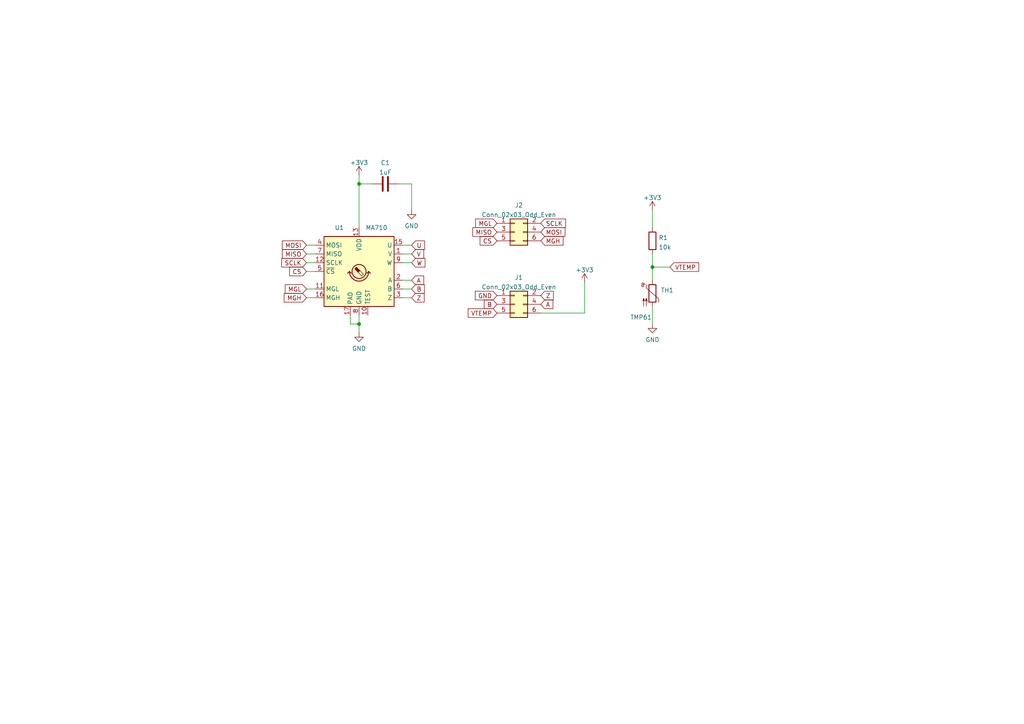
<source format=kicad_sch>
(kicad_sch (version 20210621) (generator eeschema)
  (paper "A4")
  (lib_symbols
    (symbol "Connector_Generic:Conn_02x03_Odd_Even" (pin_names (offset 1.016) hide)
      (property "Reference" "J" (at 1.27 5.08 0))
      (property "Value" "Conn_02x03_Odd_Even" (at 1.27 -5.08 0))
      (symbol "Conn_02x03_Odd_Even_1_1"
        (rectangle (start -1.27 -2.413) (end 0 -2.667) (stroke (width 0.1524)))
        (rectangle (start -1.27 0.127) (end 0 -0.127) (stroke (width 0.1524)))
        (rectangle (start -1.27 2.667) (end 0 2.413) (stroke (width 0.1524)))
        (rectangle (start -1.27 3.81) (end 3.81 -3.81) (stroke (width 0.254)) (fill (type background)))
        (rectangle (start 3.81 -2.413) (end 2.54 -2.667) (stroke (width 0.1524)))
        (rectangle (start 3.81 0.127) (end 2.54 -0.127) (stroke (width 0.1524)))
        (rectangle (start 3.81 2.667) (end 2.54 2.413) (stroke (width 0.1524)))
        (pin passive line (at -5.08 2.54 0) (length 3.81) (name "Pin_1") (number "1"))
        (pin passive line (at 7.62 2.54 180) (length 3.81) (name "Pin_2") (number "2"))
        (pin passive line (at -5.08 0 0) (length 3.81) (name "Pin_3") (number "3"))
        (pin passive line (at 7.62 0 180) (length 3.81) (name "Pin_4") (number "4"))
        (pin passive line (at -5.08 -2.54 0) (length 3.81) (name "Pin_5") (number "5"))
        (pin passive line (at 7.62 -2.54 180) (length 3.81) (name "Pin_6") (number "6"))
      )
    )
    (symbol "Device:C" (pin_numbers hide) (pin_names (offset 0.254))
      (property "Reference" "C" (at 0.635 2.54 0))
      (property "Value" "C" (at 0.635 -2.54 0))
      (symbol "C_0_1"
        (polyline (pts (xy -2.032 -0.762) (xy 2.032 -0.762)) (stroke (width 0.508)))
        (polyline (pts (xy -2.032 0.762) (xy 2.032 0.762)) (stroke (width 0.508)))
      )
      (symbol "C_1_1"
        (pin passive line (at 0 3.81 270) (length 2.794) (name "~") (number "1"))
        (pin passive line (at 0 -3.81 90) (length 2.794) (name "~") (number "2"))
      )
    )
    (symbol "Device:R" (pin_numbers hide) (pin_names (offset 0))
      (property "Reference" "R" (at 2.032 0 90))
      (property "Value" "R" (at 0 0 90))
      (symbol "R_0_1"
        (rectangle (start -1.016 -2.54) (end 1.016 2.54) (stroke (width 0.254)))
      )
      (symbol "R_1_1"
        (pin passive line (at 0 3.81 270) (length 1.27) (name "~") (number "1"))
        (pin passive line (at 0 -3.81 90) (length 1.27) (name "~") (number "2"))
      )
    )
    (symbol "Device:Thermistor_PTC" (pin_numbers hide) (pin_names (offset 0))
      (property "Reference" "TH" (at -4.064 0 90))
      (property "Value" "Thermistor_PTC" (at 3.048 0 90))
      (symbol "Thermistor_PTC_0_1"
        (arc (start -3.048 2.159) (mid -3.0495 2.3143) (end -3.175 2.413))
        (arc (start -3.048 2.159) (mid -2.9736 1.9794) (end -2.794 1.905))
        (arc (start -3.048 2.794) (mid -2.9736 2.6144) (end -2.794 2.54))
        (arc (start -2.794 1.905) (mid -2.6144 1.9794) (end -2.54 2.159))
        (arc (start -2.794 2.54) (mid -2.4393 2.5587) (end -2.159 2.794))
        (arc (start -2.794 3.048) (mid -2.9736 2.9736) (end -3.048 2.794))
        (arc (start -2.54 2.794) (mid -2.6144 2.9736) (end -2.794 3.048))
        (rectangle (start -1.016 2.54) (end 1.016 -2.54) (stroke (width 0.254)))
        (polyline (pts (xy -2.54 2.159) (xy -2.54 2.794)))
        (polyline (pts (xy -1.778 2.54) (xy -1.778 1.524) (xy 1.778 -1.524) (xy 1.778 -2.54)))
        (polyline (pts (xy -2.54 -3.683) (xy -2.54 -1.397) (xy -2.794 -2.159) (xy -2.286 -2.159) (xy -2.54 -1.397) (xy -2.54 -1.651)) (fill (type outline)))
        (polyline (pts (xy -1.778 -3.683) (xy -1.778 -1.397) (xy -2.032 -2.159) (xy -1.524 -2.159) (xy -1.778 -1.397) (xy -1.778 -1.651)) (fill (type outline)))
      )
      (symbol "Thermistor_PTC_1_1"
        (pin passive line (at 0 3.81 270) (length 1.27) (name "~") (number "1"))
        (pin passive line (at 0 -3.81 90) (length 1.27) (name "~") (number "2"))
      )
    )
    (symbol "MA310:MA310"
      (property "Reference" "U" (at -10.16 11.43 0))
      (property "Value" "MA310" (at 10.16 11.43 0))
      (symbol "MA310_0_1"
        (rectangle (start -10.16 10.16) (end 10.16 -10.16) (stroke (width 0.254)) (fill (type background)))
        (arc (start -2.794 0) (mid 0 -2.794) (end 2.794 0) (stroke (width 0.254)))
        (polyline (pts (xy -2.794 0) (xy -3.302 -0.508)) (stroke (width 0.254)))
        (polyline (pts (xy -2.794 0) (xy -2.286 -0.508)) (stroke (width 0.254)))
        (polyline (pts (xy 2.794 0) (xy 2.286 -0.508)) (stroke (width 0.254)))
        (polyline (pts (xy 2.794 0) (xy 3.302 -0.508)) (stroke (width 0.254)))
      )
      (symbol "MA310_1_1"
        (polyline (pts (xy 0.254 0.254) (xy 1.27 -0.762) (xy 0.762 -1.27) (xy -0.254 -0.254)))
        (polyline (pts (xy -0.762 1.27) (xy 0.254 0.254) (xy -0.254 -0.254) (xy -1.27 0.762) (xy -1.016 1.016) (xy -0.762 1.27) (xy -0.635 1.143)) (fill (type outline)))
        (circle (center 0 0) (radius 2.032) (stroke (width 0.254)) (stroke (width 0.254)))
        (pin output line (at 12.7 5.08 180) (length 2.54) (name "V") (number "1"))
        (pin passive line (at 2.54 -12.7 90) (length 2.54) (name "TEST") (number "10"))
        (pin output line (at -12.7 -5.08 0) (length 2.54) (name "MGL") (number "11"))
        (pin input line (at -12.7 2.54 0) (length 2.54) (name "SCLK") (number "12"))
        (pin power_in line (at 0 12.7 270) (length 2.54) (name "VDD") (number "13"))
        (pin no_connect line (at 5.08 -10.16 90) (length 2.54) hide (name "NC") (number "14"))
        (pin input line (at 12.7 7.62 180) (length 2.54) (name "U") (number "15"))
        (pin output line (at -12.7 -7.62 0) (length 2.54) (name "MGH") (number "16"))
        (pin input line (at -2.54 -12.7 90) (length 2.54) (name "PAD") (number "17"))
        (pin output line (at 12.7 -2.54 180) (length 2.54) (name "A") (number "2"))
        (pin output line (at 12.7 -7.62 180) (length 2.54) (name "Z") (number "3"))
        (pin input line (at -12.7 7.62 0) (length 2.54) (name "MOSI") (number "4"))
        (pin input line (at -12.7 0 0) (length 2.54) (name "~{CS}") (number "5"))
        (pin output line (at 12.7 -5.08 180) (length 2.54) (name "B") (number "6"))
        (pin output line (at -12.7 5.08 0) (length 2.54) (name "MISO") (number "7"))
        (pin power_in line (at 0 -12.7 90) (length 2.54) (name "GND") (number "8"))
        (pin output line (at 12.7 2.54 180) (length 2.54) (name "W") (number "9"))
      )
    )
    (symbol "power:+3.3V" (power) (pin_names (offset 0))
      (property "Value" "+3.3V" (at 0 3.556 0))
      (symbol "+3.3V_0_1"
        (polyline (pts (xy -0.762 1.27) (xy 0 2.54)))
        (polyline (pts (xy 0 0) (xy 0 2.54)))
        (polyline (pts (xy 0 2.54) (xy 0.762 1.27)))
      )
      (symbol "+3.3V_1_1"
        (pin power_in line (at 0 0 90) (length 0) hide (name "+3V3") (number "1"))
      )
    )
    (symbol "power:GND" (power) (pin_names (offset 0))
      (property "Value" "GND" (at 0 -3.81 0))
      (symbol "GND_0_1"
        (polyline (pts (xy 0 0) (xy 0 -1.27) (xy 1.27 -1.27) (xy 0 -2.54) (xy -1.27 -1.27) (xy 0 -1.27)))
      )
      (symbol "GND_1_1"
        (pin power_in line (at 0 0 270) (length 0) hide (name "GND") (number "1"))
      )
    )
  )
  (junction (at 104.14 53.34))
  (junction (at 104.14 93.98))
  (junction (at 189.23 77.47))
  (wire (pts (xy 88.9 71.12) (xy 91.44 71.12)))
  (wire (pts (xy 88.9 73.66) (xy 91.44 73.66)))
  (wire (pts (xy 88.9 76.2) (xy 91.44 76.2)))
  (wire (pts (xy 88.9 78.74) (xy 91.44 78.74)))
  (wire (pts (xy 88.9 83.82) (xy 91.44 83.82)))
  (wire (pts (xy 88.9 86.36) (xy 91.44 86.36)))
  (wire (pts (xy 101.6 91.44) (xy 101.6 93.98)))
  (wire (pts (xy 101.6 93.98) (xy 104.14 93.98)))
  (wire (pts (xy 104.14 50.8) (xy 104.14 53.34)))
  (wire (pts (xy 104.14 53.34) (xy 104.14 66.04)))
  (wire (pts (xy 104.14 53.34) (xy 107.95 53.34)))
  (wire (pts (xy 104.14 91.44) (xy 104.14 93.98)))
  (wire (pts (xy 104.14 93.98) (xy 104.14 96.52)))
  (wire (pts (xy 115.57 53.34) (xy 119.38 53.34)))
  (wire (pts (xy 116.84 71.12) (xy 119.38 71.12)))
  (wire (pts (xy 116.84 73.66) (xy 119.38 73.66)))
  (wire (pts (xy 116.84 76.2) (xy 119.38 76.2)))
  (wire (pts (xy 116.84 81.28) (xy 119.38 81.28)))
  (wire (pts (xy 116.84 83.82) (xy 119.38 83.82)))
  (wire (pts (xy 116.84 86.36) (xy 119.38 86.36)))
  (wire (pts (xy 119.38 53.34) (xy 119.38 60.96)))
  (wire (pts (xy 169.545 81.915) (xy 169.545 90.805)))
  (wire (pts (xy 169.545 90.805) (xy 156.845 90.805)))
  (wire (pts (xy 189.23 60.96) (xy 189.23 66.04)))
  (wire (pts (xy 189.23 73.66) (xy 189.23 77.47)))
  (wire (pts (xy 189.23 77.47) (xy 189.23 81.28)))
  (wire (pts (xy 189.23 77.47) (xy 194.31 77.47)))
  (wire (pts (xy 189.23 88.9) (xy 189.23 93.98)))
  (global_label "MOSI" (shape input) (at 88.9 71.12 180) (property "Intersheet References" "${INTERSHEET_REFS}" (effects hide)))
  (global_label "MISO" (shape input) (at 88.9 73.66 180) (property "Intersheet References" "${INTERSHEET_REFS}" (effects hide)))
  (global_label "SCLK" (shape input) (at 88.9 76.2 180) (property "Intersheet References" "${INTERSHEET_REFS}" (effects hide)))
  (global_label "CS" (shape input) (at 88.9 78.74 180) (property "Intersheet References" "${INTERSHEET_REFS}" (effects hide)))
  (global_label "MGL" (shape input) (at 88.9 83.82 180) (property "Intersheet References" "${INTERSHEET_REFS}" (effects hide)))
  (global_label "MGH" (shape input) (at 88.9 86.36 180) (property "Intersheet References" "${INTERSHEET_REFS}" (effects hide)))
  (global_label "U" (shape input) (at 119.38 71.12 0) (property "Intersheet References" "${INTERSHEET_REFS}" (effects hide)))
  (global_label "V" (shape input) (at 119.38 73.66 0) (property "Intersheet References" "${INTERSHEET_REFS}" (effects hide)))
  (global_label "W" (shape input) (at 119.38 76.2 0) (property "Intersheet References" "${INTERSHEET_REFS}" (effects hide)))
  (global_label "A" (shape input) (at 119.38 81.28 0) (property "Intersheet References" "${INTERSHEET_REFS}" (effects hide)))
  (global_label "B" (shape input) (at 119.38 83.82 0) (property "Intersheet References" "${INTERSHEET_REFS}" (effects hide)))
  (global_label "Z" (shape input) (at 119.38 86.36 0) (property "Intersheet References" "${INTERSHEET_REFS}" (effects hide)))
  (global_label "MGL" (shape input) (at 144.145 64.77 180) (property "Intersheet References" "${INTERSHEET_REFS}" (effects hide)))
  (global_label "MISO" (shape input) (at 144.145 67.31 180) (property "Intersheet References" "${INTERSHEET_REFS}" (effects hide)))
  (global_label "CS" (shape input) (at 144.145 69.85 180) (property "Intersheet References" "${INTERSHEET_REFS}" (effects hide)))
  (global_label "GND" (shape input) (at 144.145 85.725 180) (property "Intersheet References" "${INTERSHEET_REFS}" (effects hide)))
  (global_label "B" (shape input) (at 144.145 88.265 180) (property "Intersheet References" "${INTERSHEET_REFS}" (effects hide)))
  (global_label "VTEMP" (shape input) (at 144.145 90.805 180) (property "Intersheet References" "${INTERSHEET_REFS}" (effects hide)))
  (global_label "SCLK" (shape input) (at 156.845 64.77 0) (property "Intersheet References" "${INTERSHEET_REFS}" (effects hide)))
  (global_label "MOSI" (shape input) (at 156.845 67.31 0) (property "Intersheet References" "${INTERSHEET_REFS}" (effects hide)))
  (global_label "MGH" (shape input) (at 156.845 69.85 0) (property "Intersheet References" "${INTERSHEET_REFS}" (effects hide)))
  (global_label "Z" (shape input) (at 156.845 85.725 0) (property "Intersheet References" "${INTERSHEET_REFS}" (effects hide)))
  (global_label "A" (shape input) (at 156.845 88.265 0) (property "Intersheet References" "${INTERSHEET_REFS}" (effects hide)))
  (global_label "VTEMP" (shape input) (at 194.31 77.47 0) (property "Intersheet References" "${INTERSHEET_REFS}" (effects hide)))
  (symbol (lib_id "power:+3.3V") (at 104.14 50.8 0) (unit 1)
    (property "Reference" "#PWR0101" (effects hide))
    (property "Value" "+3.3V" (at 104.14 47.1954 0))
  )
  (symbol (lib_id "power:+3.3V") (at 169.545 81.915 0) (unit 1)
    (property "Reference" "#PWR0103" (effects hide))
    (property "Value" "+3.3V" (at 169.545 78.3104 0))
  )
  (symbol (lib_id "power:+3.3V") (at 189.23 60.96 0) (unit 1)
    (property "Reference" "#PWR03" (effects hide))
    (property "Value" "+3.3V" (at 189.23 57.3554 0))
  )
  (symbol (lib_id "power:GND") (at 104.14 96.52 0) (unit 1)
    (property "Reference" "#PWR0102" (effects hide))
    (property "Value" "GND" (at 104.14 101.0826 0))
  )
  (symbol (lib_id "power:GND") (at 119.38 60.96 0) (unit 1)
    (property "Reference" "#PWR01" (effects hide))
    (property "Value" "GND" (at 119.38 65.5226 0))
  )
  (symbol (lib_id "power:GND") (at 189.23 93.98 0) (unit 1)
    (property "Reference" "#PWR04" (effects hide))
    (property "Value" "GND" (at 189.23 98.5426 0))
  )
  (symbol (lib_id "Device:R") (at 189.23 69.85 0) (unit 1)
    (property "Reference" "R1" (at 191.0081 68.9415 0) (effects (justify left)))
    (property "Value" "10k" (at 191.0081 71.7166 0) (effects (justify left)))
    (property "Footprint" "Resistor_SMD:R_0805_2012Metric_Pad1.20x1.40mm_HandSolder" (effects hide))
  )
  (symbol (lib_id "Device:C") (at 111.76 53.34 90) (unit 1)
    (property "Reference" "C1" (at 111.76 47.2144 90))
    (property "Value" "1uF" (at 111.76 49.9895 90))
    (property "Footprint" "Capacitor_SMD:C_0603_1608Metric_Pad1.08x0.95mm_HandSolder" (effects hide))
  )
  (symbol (lib_id "Device:Thermistor_PTC") (at 189.23 85.09 0) (unit 1)
    (property "Reference" "TH1" (at 191.6431 84.1815 0) (effects (justify left)))
    (property "Value" "TMP61" (at 182.7531 92.0366 0) (effects (justify left)))
    (property "Footprint" "Package_TO_SOT_THT:TO-92S-2" (effects hide))
  )
  (symbol (lib_id "Connector_Generic:Conn_02x03_Odd_Even") (at 149.225 67.31 0) (unit 1)
    (property "Reference" "J2" (at 150.495 59.5334 0))
    (property "Value" "Conn_02x03_Odd_Even" (at 150.495 62.3085 0))
    (property "Footprint" "Connector_PinSocket_2.54mm:PinSocket_2x03_P2.54mm_Vertical" (effects hide))
  )
  (symbol (lib_id "Connector_Generic:Conn_02x03_Odd_Even") (at 149.225 88.265 0) (unit 1)
    (property "Reference" "J1" (at 150.495 80.4884 0))
    (property "Value" "Conn_02x03_Odd_Even" (at 150.495 83.2635 0))
    (property "Footprint" "Connector_PinSocket_2.54mm:PinSocket_2x03_P2.54mm_Vertical" (effects hide))
  )
  (symbol (lib_id "MA310:MA310") (at 104.14 78.74 0) (unit 1)
    (property "Reference" "U1" (at 98.425 66.04 0))
    (property "Value" "MA710" (at 109.22 66.04 0))
    (property "Footprint" "Package_DFN_QFN:VQFN-16-1EP_3x3mm_P0.5mm_EP1.8x1.8mm" (effects hide))
    (property "Datasheet" "https://www.monolithicpower.com/en/documentview/productdocument/index/version/2/document_type/Datasheet/lang/en/sku/MA310/document_id/3560/" (effects hide))
  )
)
</source>
